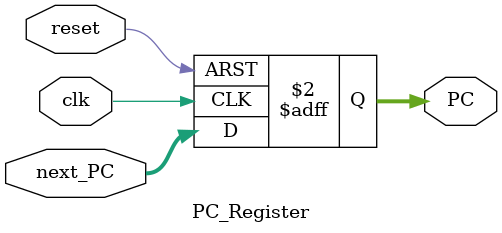
<source format=v>
`timescale 1ns / 1ps


module PC_Register(
    input wire clk,
    input wire reset,
    input wire [31:0] next_PC,
    output reg [31:0] PC
);
    always @(posedge clk or posedge reset) begin
        if (reset)
            PC <= 32'h00000000;  // Reset to beginning of instruction memory
        else
            PC <= next_PC;
    end
endmodule


</source>
